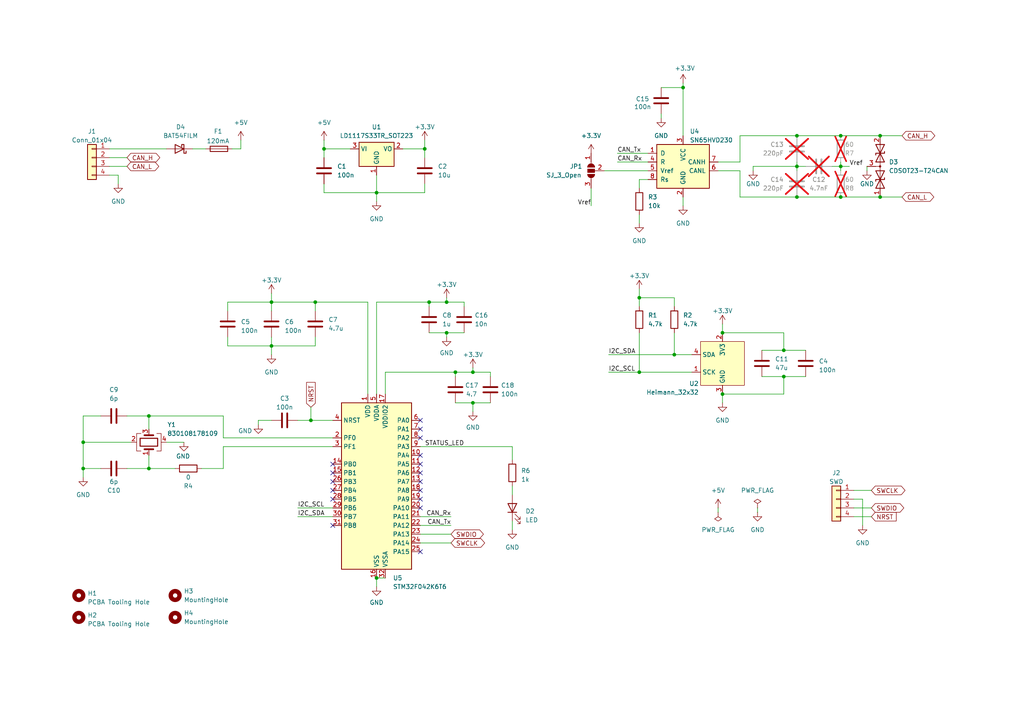
<source format=kicad_sch>
(kicad_sch (version 20231120) (generator "eeschema") (generator_version "8.0")
  (paper "A4")
  (lib_symbols
    (symbol "Connector_Generic:Conn_01x04" (pin_names (offset 1.016) hide)
      (property "Reference" "J" (at 0 5.08 0))
      (property "Value" "Conn_01x04" (at 0 -7.62 0))
      (symbol "Conn_01x04_1_1"
        (rectangle (start -1.27 -4.953) (end 0 -5.207) (stroke (width 0.1524)))
        (rectangle (start -1.27 -2.413) (end 0 -2.667) (stroke (width 0.1524)))
        (rectangle (start -1.27 0.127) (end 0 -0.127) (stroke (width 0.1524)))
        (rectangle (start -1.27 2.667) (end 0 2.413) (stroke (width 0.1524)))
        (rectangle (start -1.27 3.81) (end 1.27 -6.35) (stroke (width 0.254)) (fill (type background)))
        (pin passive line (at -5.08 2.54 0) (length 3.81) (name "Pin_1") (number "1"))
        (pin passive line (at -5.08 0 0) (length 3.81) (name "Pin_2") (number "2"))
        (pin passive line (at -5.08 -2.54 0) (length 3.81) (name "Pin_3") (number "3"))
        (pin passive line (at -5.08 -5.08 0) (length 3.81) (name "Pin_4") (number "4"))
      )
    )
    (symbol "Device:C" (pin_numbers hide) (pin_names (offset 0.254))
      (property "Reference" "C" (at 0.635 2.54 0))
      (property "Value" "C" (at 0.635 -2.54 0))
      (symbol "C_0_1"
        (polyline (pts (xy -2.032 -0.762) (xy 2.032 -0.762)) (stroke (width 0.508)))
        (polyline (pts (xy -2.032 0.762) (xy 2.032 0.762)) (stroke (width 0.508)))
      )
      (symbol "C_1_1"
        (pin passive line (at 0 3.81 270) (length 2.794) (name "~") (number "1"))
        (pin passive line (at 0 -3.81 90) (length 2.794) (name "~") (number "2"))
      )
    )
    (symbol "Device:D_Schottky" (pin_numbers hide) (pin_names (offset 1.016) hide)
      (property "Reference" "D" (at 0 2.54 0))
      (property "Value" "D_Schottky" (at 0 -2.54 0))
      (symbol "D_Schottky_0_1"
        (polyline (pts (xy 1.27 0) (xy -1.27 0)))
        (polyline (pts (xy 1.27 1.27) (xy 1.27 -1.27) (xy -1.27 0) (xy 1.27 1.27)) (stroke (width 0.254)))
        (polyline (pts (xy -1.905 0.635) (xy -1.905 1.27) (xy -1.27 1.27) (xy -1.27 -1.27) (xy -0.635 -1.27) (xy -0.635 -0.635)) (stroke (width 0.254)))
      )
      (symbol "D_Schottky_1_1"
        (pin passive line (at -3.81 0 0) (length 2.54) (name "K") (number "1"))
        (pin passive line (at 3.81 0 180) (length 2.54) (name "A") (number "2"))
      )
    )
    (symbol "Device:D_TVS_Dual_AAC" (pin_names (offset 1.016) hide)
      (property "Reference" "D" (at 0 4.445 0))
      (property "Value" "D_TVS_Dual_AAC" (at 0 2.54 0))
      (symbol "D_TVS_Dual_AAC_0_0"
        (polyline (pts (xy 0 -1.27) (xy 0 0)))
      )
      (symbol "D_TVS_Dual_AAC_0_1"
        (polyline (pts (xy -6.35 0) (xy 6.35 0)))
        (polyline (pts (xy -3.302 1.27) (xy -3.81 1.27) (xy -3.81 -1.27) (xy -4.318 -1.27)) (stroke (width 0.254)))
        (polyline (pts (xy 4.318 1.27) (xy 3.81 1.27) (xy 3.81 -1.27) (xy 3.302 -1.27)) (stroke (width 0.254)))
        (polyline (pts (xy -6.35 1.27) (xy -1.27 -1.27) (xy -1.27 1.27) (xy -6.35 -1.27) (xy -6.35 1.27)) (stroke (width 0.254)))
        (polyline (pts (xy 6.35 1.27) (xy 1.27 -1.27) (xy 1.27 1.27) (xy 6.35 -1.27) (xy 6.35 1.27)) (stroke (width 0.254)))
        (circle (center 0 0) (radius 0.254) (fill (type outline)))
      )
      (symbol "D_TVS_Dual_AAC_1_1"
        (pin passive line (at -8.89 0 0) (length 2.54) (name "A1") (number "1"))
        (pin passive line (at 8.89 0 180) (length 2.54) (name "A2") (number "2"))
        (pin input line (at 0 -3.81 90) (length 2.54) (name "common") (number "3"))
      )
    )
    (symbol "Device:Fuse" (pin_numbers hide) (pin_names (offset 0))
      (property "Reference" "F" (at 2.032 0 90))
      (property "Value" "Fuse" (at -1.905 0 90))
      (symbol "Fuse_0_1"
        (rectangle (start -0.762 -2.54) (end 0.762 2.54) (stroke (width 0.254)))
        (polyline (pts (xy 0 2.54) (xy 0 -2.54)))
      )
      (symbol "Fuse_1_1"
        (pin passive line (at 0 3.81 270) (length 1.27) (name "~") (number "1"))
        (pin passive line (at 0 -3.81 90) (length 1.27) (name "~") (number "2"))
      )
    )
    (symbol "Device:LED" (pin_numbers hide) (pin_names (offset 1.016) hide)
      (property "Reference" "D" (at 0 2.54 0))
      (property "Value" "LED" (at 0 -2.54 0))
      (symbol "LED_0_1"
        (polyline (pts (xy -1.27 -1.27) (xy -1.27 1.27)) (stroke (width 0.254)))
        (polyline (pts (xy -1.27 0) (xy 1.27 0)))
        (polyline (pts (xy 1.27 -1.27) (xy 1.27 1.27) (xy -1.27 0) (xy 1.27 -1.27)) (stroke (width 0.254)))
        (polyline (pts (xy -3.048 -0.762) (xy -4.572 -2.286) (xy -3.81 -2.286) (xy -4.572 -2.286) (xy -4.572 -1.524)))
        (polyline (pts (xy -1.778 -0.762) (xy -3.302 -2.286) (xy -2.54 -2.286) (xy -3.302 -2.286) (xy -3.302 -1.524)))
      )
      (symbol "LED_1_1"
        (pin passive line (at -3.81 0 0) (length 2.54) (name "K") (number "1"))
        (pin passive line (at 3.81 0 180) (length 2.54) (name "A") (number "2"))
      )
    )
    (symbol "Device:R" (pin_numbers hide) (pin_names (offset 0))
      (property "Reference" "R" (at 2.032 0 90))
      (property "Value" "R" (at 0 0 90))
      (symbol "R_0_1"
        (rectangle (start -1.016 -2.54) (end 1.016 2.54) (stroke (width 0.254)))
      )
      (symbol "R_1_1"
        (pin passive line (at 0 3.81 270) (length 1.27) (name "~") (number "1"))
        (pin passive line (at 0 -3.81 90) (length 1.27) (name "~") (number "2"))
      )
    )
    (symbol "FaSTTUBe_Crystals:830108178109" (pin_names (offset 1.016) hide)
      (property "Reference" "Y" (at 3.175 5.08 0))
      (property "Value" "830108178109" (at 3.175 3.175 0))
      (symbol "830108178109_0_1"
        (rectangle (start -1.143 2.54) (end 1.143 -2.54) (stroke (width 0.3048)))
        (polyline (pts (xy -2.54 0) (xy -2.032 0)))
        (polyline (pts (xy -2.032 -1.27) (xy -2.032 1.27)) (stroke (width 0.508)))
        (polyline (pts (xy 0 -3.81) (xy 0 -3.556)))
        (polyline (pts (xy 0 3.556) (xy 0 3.81)))
        (polyline (pts (xy 2.032 -1.27) (xy 2.032 1.27)) (stroke (width 0.508)))
        (polyline (pts (xy 2.032 0) (xy 2.54 0)))
        (polyline (pts (xy -2.54 -2.286) (xy -2.54 -3.556) (xy 2.54 -3.556) (xy 2.54 -2.286)))
        (polyline (pts (xy -2.54 2.286) (xy -2.54 3.556) (xy 2.54 3.556) (xy 2.54 2.286)))
      )
      (symbol "830108178109_1_1"
        (pin passive line (at -3.81 0 0) (length 1.27) (name "1") (number "1"))
        (pin passive line (at 0 5.08 270) (length 1.27) (name "2") (number "2"))
        (pin passive line (at 3.81 0 180) (length 1.27) (name "3") (number "3"))
        (pin passive line (at 0 -5.08 90) (length 1.27) (name "4") (number "4"))
      )
    )
    (symbol "GND_1" (power) (pin_numbers hide) (pin_names (offset 0) hide)
      (property "Value" "GND" (at 0 -3.81 0))
      (symbol "GND_1_0_1"
        (polyline (pts (xy 0 0) (xy 0 -1.27) (xy 1.27 -1.27) (xy 0 -2.54) (xy -1.27 -1.27) (xy 0 -1.27)))
      )
      (symbol "GND_1_1_1"
        (pin power_in line (at 0 0 270) (length 0) (name "~") (number "1"))
      )
    )
    (symbol "Interface_CAN_LIN:SN65HVD230" (pin_names (offset 1.016))
      (property "Reference" "U" (at -2.54 10.16 0))
      (property "Value" "SN65HVD230" (at -2.54 7.62 0))
      (symbol "SN65HVD230_0_1"
        (rectangle (start -7.62 5.08) (end 7.62 -7.62) (stroke (width 0.254)) (fill (type background)))
      )
      (symbol "SN65HVD230_1_1"
        (pin input line (at -10.16 2.54 0) (length 2.54) (name "D") (number "1"))
        (pin power_in line (at 0 -10.16 90) (length 2.54) (name "GND") (number "2"))
        (pin power_in line (at 0 7.62 270) (length 2.54) (name "VCC") (number "3"))
        (pin output line (at -10.16 0 0) (length 2.54) (name "R") (number "4"))
        (pin output line (at -10.16 -2.54 0) (length 2.54) (name "Vref") (number "5"))
        (pin bidirectional line (at 10.16 -2.54 180) (length 2.54) (name "CANL") (number "6"))
        (pin bidirectional line (at 10.16 0 180) (length 2.54) (name "CANH") (number "7"))
        (pin input line (at -10.16 -5.08 0) (length 2.54) (name "Rs") (number "8"))
      )
    )
    (symbol "Jumper:SolderJumper_3_Open" (pin_names (offset 0) hide)
      (property "Reference" "JP" (at -2.54 -2.54 0))
      (property "Value" "SolderJumper_3_Open" (at 0 2.794 0))
      (symbol "SolderJumper_3_Open_0_1"
        (arc (start -1.016 1.016) (mid -2.0276 0) (end -1.016 -1.016))
        (arc (start -1.016 1.016) (mid -2.0276 0) (end -1.016 -1.016) (fill (type outline)))
        (rectangle (start -0.508 1.016) (end 0.508 -1.016) (fill (type outline)))
        (polyline (pts (xy -2.54 0) (xy -2.032 0)))
        (polyline (pts (xy -1.016 1.016) (xy -1.016 -1.016)))
        (polyline (pts (xy 0 -1.27) (xy 0 -1.016)))
        (polyline (pts (xy 1.016 1.016) (xy 1.016 -1.016)))
        (polyline (pts (xy 2.54 0) (xy 2.032 0)))
        (arc (start 1.016 -1.016) (mid 2.0276 0) (end 1.016 1.016))
        (arc (start 1.016 -1.016) (mid 2.0276 0) (end 1.016 1.016) (fill (type outline)))
      )
      (symbol "SolderJumper_3_Open_1_1"
        (pin passive line (at -5.08 0 0) (length 2.54) (name "A") (number "1"))
        (pin passive line (at 0 -3.81 90) (length 2.54) (name "C") (number "2"))
        (pin passive line (at 5.08 0 180) (length 2.54) (name "B") (number "3"))
      )
    )
    (symbol "MCU_ST_STM32F0:STM32F042K6Tx"
      (property "Reference" "U" (at -10.16 26.67 0))
      (property "Value" "STM32F042K6Tx" (at 5.08 26.67 0))
      (symbol "STM32F042K6Tx_0_1"
        (rectangle (start -10.16 -22.86) (end 10.16 25.4) (stroke (width 0.254)) (fill (type background)))
      )
      (symbol "STM32F042K6Tx_1_1"
        (pin power_in line (at -2.54 27.94 270) (length 2.54) (name "VDD") (number "1"))
        (pin bidirectional line (at 12.7 10.16 180) (length 2.54) (name "PA4") (number "10"))
        (pin bidirectional line (at 12.7 7.62 180) (length 2.54) (name "PA5") (number "11"))
        (pin bidirectional line (at 12.7 5.08 180) (length 2.54) (name "PA6") (number "12"))
        (pin bidirectional line (at 12.7 2.54 180) (length 2.54) (name "PA7") (number "13"))
        (pin bidirectional line (at -12.7 7.62 0) (length 2.54) (name "PB0") (number "14"))
        (pin bidirectional line (at -12.7 5.08 0) (length 2.54) (name "PB1") (number "15"))
        (pin power_in line (at 0 -25.4 90) (length 2.54) (name "VSS") (number "16"))
        (pin power_in line (at 2.54 27.94 270) (length 2.54) (name "VDDIO2") (number "17"))
        (pin bidirectional line (at 12.7 0 180) (length 2.54) (name "PA8") (number "18"))
        (pin bidirectional line (at 12.7 -2.54 180) (length 2.54) (name "PA9") (number "19"))
        (pin bidirectional line (at -12.7 15.24 0) (length 2.54) (name "PF0") (number "2"))
        (pin bidirectional line (at 12.7 -5.08 180) (length 2.54) (name "PA10") (number "20"))
        (pin bidirectional line (at 12.7 -7.62 180) (length 2.54) (name "PA11") (number "21"))
        (pin bidirectional line (at 12.7 -10.16 180) (length 2.54) (name "PA12") (number "22"))
        (pin bidirectional line (at 12.7 -12.7 180) (length 2.54) (name "PA13") (number "23"))
        (pin bidirectional line (at 12.7 -15.24 180) (length 2.54) (name "PA14") (number "24"))
        (pin bidirectional line (at 12.7 -17.78 180) (length 2.54) (name "PA15") (number "25"))
        (pin bidirectional line (at -12.7 2.54 0) (length 2.54) (name "PB3") (number "26"))
        (pin bidirectional line (at -12.7 0 0) (length 2.54) (name "PB4") (number "27"))
        (pin bidirectional line (at -12.7 -2.54 0) (length 2.54) (name "PB5") (number "28"))
        (pin bidirectional line (at -12.7 -5.08 0) (length 2.54) (name "PB6") (number "29"))
        (pin bidirectional line (at -12.7 12.7 0) (length 2.54) (name "PF1") (number "3"))
        (pin bidirectional line (at -12.7 -7.62 0) (length 2.54) (name "PB7") (number "30"))
        (pin bidirectional line (at -12.7 -10.16 0) (length 2.54) (name "PB8") (number "31"))
        (pin power_in line (at 2.54 -25.4 90) (length 2.54) (name "VSSA") (number "32"))
        (pin input line (at -12.7 20.32 0) (length 2.54) (name "NRST") (number "4"))
        (pin power_in line (at 0 27.94 270) (length 2.54) (name "VDDA") (number "5"))
        (pin bidirectional line (at 12.7 20.32 180) (length 2.54) (name "PA0") (number "6"))
        (pin bidirectional line (at 12.7 17.78 180) (length 2.54) (name "PA1") (number "7"))
        (pin bidirectional line (at 12.7 15.24 180) (length 2.54) (name "PA2") (number "8"))
        (pin bidirectional line (at 12.7 12.7 180) (length 2.54) (name "PA3") (number "9"))
      )
    )
    (symbol "Mechanical:MountingHole" (pin_names (offset 1.016))
      (property "Reference" "H" (at 0 5.08 0))
      (property "Value" "MountingHole" (at 0 3.175 0))
      (symbol "MountingHole_0_1"
        (circle (center 0 0) (radius 1.27) (stroke (width 1.27)))
      )
    )
    (symbol "MountingHole_1" (pin_names (offset 1.016)) (exclude_from_sim yes) (in_bom no)
      (property "Reference" "H" (at 0 5.08 0))
      (property "Value" "MountingHole" (at 0 3.175 0))
      (symbol "MountingHole_1_0_1"
        (circle (center 0 0) (radius 1.27) (stroke (width 1.27)))
      )
    )
    (symbol "Regulator_Linear:LD1117S33TR_SOT223"
      (property "Reference" "U" (at -3.81 3.175 0))
      (property "Value" "LD1117S33TR_SOT223" (at 0 3.175 0))
      (symbol "LD1117S33TR_SOT223_0_1"
        (rectangle (start -5.08 -5.08) (end 5.08 1.905) (stroke (width 0.254)) (fill (type background)))
      )
      (symbol "LD1117S33TR_SOT223_1_1"
        (pin power_in line (at 0 -7.62 90) (length 2.54) (name "GND") (number "1"))
        (pin power_out line (at 7.62 0 180) (length 2.54) (name "VO") (number "2"))
        (pin power_in line (at -7.62 0 0) (length 2.54) (name "VI") (number "3"))
      )
    )
    (symbol "TTS:Heimann_16x16"
      (property "Reference" "U" (at 0 0 0))
      (property "Value" "Heimann_16x16" (at 0 0 0))
      (symbol "Heimann_16x16_0_1"
        (rectangle (start -6.35 6.35) (end 6.35 -6.35) (fill (type background)))
      )
      (symbol "Heimann_16x16_1_1"
        (pin bidirectional line (at 8.89 -2.54 180) (length 2.54) (name "SCK") (number "1"))
        (pin power_in line (at 0 8.89 270) (length 2.54) (name "3V3") (number "2"))
        (pin power_in line (at 0 -8.89 90) (length 2.54) (name "GND") (number "3"))
        (pin bidirectional line (at 8.89 2.54 180) (length 2.54) (name "SDA") (number "4"))
      )
    )
    (symbol "power:+3.3V" (power) (pin_names (offset 0))
      (property "Value" "+3.3V" (at 0 3.556 0))
      (symbol "+3.3V_0_1"
        (polyline (pts (xy -0.762 1.27) (xy 0 2.54)))
        (polyline (pts (xy 0 0) (xy 0 2.54)))
        (polyline (pts (xy 0 2.54) (xy 0.762 1.27)))
      )
      (symbol "+3.3V_1_1"
        (pin power_in line (at 0 0 90) (length 0) hide (name "+3.3V") (number "1"))
      )
    )
    (symbol "power:+5V" (power) (pin_numbers hide) (pin_names (offset 0) hide)
      (property "Value" "+5V" (at 0 3.556 0))
      (symbol "+5V_0_1"
        (polyline (pts (xy -0.762 1.27) (xy 0 2.54)))
        (polyline (pts (xy 0 0) (xy 0 2.54)))
        (polyline (pts (xy 0 2.54) (xy 0.762 1.27)))
      )
      (symbol "+5V_1_1"
        (pin power_in line (at 0 0 90) (length 0) (name "~") (number "1"))
      )
    )
    (symbol "power:GND" (power) (pin_names (offset 0))
      (property "Value" "GND" (at 0 -3.81 0))
      (symbol "GND_0_1"
        (polyline (pts (xy 0 0) (xy 0 -1.27) (xy 1.27 -1.27) (xy 0 -2.54) (xy -1.27 -1.27) (xy 0 -1.27)))
      )
      (symbol "GND_1_1"
        (pin power_in line (at 0 0 270) (length 0) hide (name "GND") (number "1"))
      )
    )
    (symbol "power:PWR_FLAG" (power) (pin_numbers hide) (pin_names (offset 0) hide)
      (property "Value" "PWR_FLAG" (at 0 3.81 0))
      (symbol "PWR_FLAG_0_0"
        (pin power_out line (at 0 0 90) (length 0) (name "~") (number "1"))
      )
      (symbol "PWR_FLAG_0_1"
        (polyline (pts (xy 0 0) (xy 0 1.27) (xy -1.016 1.905) (xy 0 2.54) (xy 1.016 1.905) (xy 0 1.27)))
      )
    )
  )
  (junction (at 91.44 87.63))
  (junction (at 137.16 107.95))
  (junction (at 243.84 48.26))
  (junction (at 78.74 87.63))
  (junction (at 43.18 120.65))
  (junction (at 43.18 135.89))
  (junction (at 24.13 135.89))
  (junction (at 231.14 48.26))
  (junction (at 132.08 107.95))
  (junction (at 227.33 101.6))
  (junction (at 231.14 57.15))
  (junction (at 109.22 55.88))
  (junction (at 109.22 167.64))
  (junction (at 243.84 39.37))
  (junction (at 93.98 43.18))
  (junction (at 255.27 57.15))
  (junction (at 124.46 87.63))
  (junction (at 227.33 109.22))
  (junction (at 231.14 39.37))
  (junction (at 198.12 25.4))
  (junction (at 129.54 96.52))
  (junction (at 78.74 100.33))
  (junction (at 129.54 87.63))
  (junction (at 209.55 114.3))
  (junction (at 137.16 116.84))
  (junction (at 209.55 96.52))
  (junction (at 123.19 43.18))
  (junction (at 185.42 107.95))
  (junction (at 24.13 128.27))
  (junction (at 195.58 102.87))
  (junction (at 243.84 57.15))
  (junction (at 185.42 86.36))
  (junction (at 255.27 39.37))
  (junction (at 90.17 121.92))
  (no_connect (at 121.92 144.78))
  (no_connect (at 121.92 142.24))
  (no_connect (at 121.92 160.02))
  (no_connect (at 96.52 142.24))
  (no_connect (at 96.52 134.62))
  (no_connect (at 121.92 132.08))
  (no_connect (at 121.92 137.16))
  (no_connect (at 96.52 137.16))
  (no_connect (at 96.52 144.78))
  (no_connect (at 96.52 152.4))
  (no_connect (at 121.92 121.92))
  (no_connect (at 121.92 127))
  (no_connect (at 121.92 124.46))
  (no_connect (at 121.92 147.32))
  (no_connect (at 121.92 134.62))
  (no_connect (at 96.52 139.7))
  (no_connect (at 121.92 139.7))
  (wire (pts (xy 121.92 157.48) (xy 130.81 157.48)))
  (wire (pts (xy 148.59 151.13) (xy 148.59 153.67)))
  (wire (pts (xy 124.46 87.63) (xy 124.46 88.9)))
  (wire (pts (xy 142.24 107.95) (xy 142.24 109.22)))
  (wire (pts (xy 78.74 87.63) (xy 66.04 87.63)))
  (wire (pts (xy 78.74 97.79) (xy 78.74 100.33)))
  (wire (pts (xy 43.18 135.89) (xy 50.8 135.89)))
  (wire (pts (xy 116.84 43.18) (xy 123.19 43.18)))
  (wire (pts (xy 109.22 167.64) (xy 111.76 167.64)))
  (wire (pts (xy 78.74 100.33) (xy 91.44 100.33)))
  (wire (pts (xy 74.93 123.19) (xy 74.93 121.92)))
  (wire (pts (xy 218.44 49.53) (xy 218.44 48.26)))
  (wire (pts (xy 31.75 48.26) (xy 36.83 48.26)))
  (wire (pts (xy 109.22 167.64) (xy 109.22 170.18)))
  (wire (pts (xy 58.42 135.89) (xy 64.77 135.89)))
  (wire (pts (xy 179.07 44.45) (xy 187.96 44.45)))
  (wire (pts (xy 31.75 45.72) (xy 36.83 45.72)))
  (wire (pts (xy 255.27 39.37) (xy 243.84 39.37)))
  (wire (pts (xy 191.77 25.4) (xy 198.12 25.4)))
  (wire (pts (xy 129.54 96.52) (xy 134.62 96.52)))
  (wire (pts (xy 137.16 107.95) (xy 142.24 107.95)))
  (wire (pts (xy 36.83 120.65) (xy 43.18 120.65)))
  (wire (pts (xy 121.92 149.86) (xy 130.81 149.86)))
  (wire (pts (xy 220.98 109.22) (xy 227.33 109.22)))
  (wire (pts (xy 176.53 102.87) (xy 195.58 102.87)))
  (wire (pts (xy 121.92 154.94) (xy 130.81 154.94)))
  (wire (pts (xy 185.42 83.82) (xy 185.42 86.36)))
  (wire (pts (xy 24.13 135.89) (xy 24.13 138.43)))
  (wire (pts (xy 109.22 50.8) (xy 109.22 55.88)))
  (wire (pts (xy 86.36 121.92) (xy 90.17 121.92)))
  (wire (pts (xy 255.27 57.15) (xy 243.84 57.15)))
  (wire (pts (xy 24.13 128.27) (xy 24.13 135.89)))
  (wire (pts (xy 106.68 87.63) (xy 91.44 87.63)))
  (wire (pts (xy 29.21 120.65) (xy 24.13 120.65)))
  (wire (pts (xy 91.44 100.33) (xy 91.44 97.79)))
  (wire (pts (xy 247.65 142.24) (xy 252.73 142.24)))
  (wire (pts (xy 134.62 87.63) (xy 134.62 88.9)))
  (wire (pts (xy 243.84 46.99) (xy 243.84 48.26)))
  (wire (pts (xy 64.77 120.65) (xy 64.77 127)))
  (wire (pts (xy 171.45 59.69) (xy 171.45 54.61)))
  (wire (pts (xy 227.33 96.52) (xy 227.33 101.6)))
  (wire (pts (xy 246.38 48.26) (xy 243.84 48.26)))
  (wire (pts (xy 148.59 140.97) (xy 148.59 143.51)))
  (wire (pts (xy 86.36 149.86) (xy 96.52 149.86)))
  (wire (pts (xy 123.19 43.18) (xy 123.19 45.72)))
  (wire (pts (xy 111.76 107.95) (xy 111.76 114.3)))
  (wire (pts (xy 124.46 87.63) (xy 129.54 87.63)))
  (wire (pts (xy 109.22 87.63) (xy 109.22 114.3)))
  (wire (pts (xy 86.36 147.32) (xy 96.52 147.32)))
  (wire (pts (xy 243.84 39.37) (xy 231.14 39.37)))
  (wire (pts (xy 24.13 120.65) (xy 24.13 128.27)))
  (wire (pts (xy 121.92 129.54) (xy 148.59 129.54)))
  (wire (pts (xy 132.08 107.95) (xy 137.16 107.95)))
  (wire (pts (xy 214.63 46.99) (xy 214.63 39.37)))
  (wire (pts (xy 247.65 149.86) (xy 252.73 149.86)))
  (wire (pts (xy 219.71 147.32) (xy 219.71 148.59)))
  (wire (pts (xy 137.16 106.68) (xy 137.16 107.95)))
  (wire (pts (xy 59.69 43.18) (xy 55.88 43.18)))
  (wire (pts (xy 34.29 50.8) (xy 31.75 50.8)))
  (wire (pts (xy 34.29 53.34) (xy 34.29 50.8)))
  (wire (pts (xy 121.92 152.4) (xy 130.81 152.4)))
  (wire (pts (xy 109.22 55.88) (xy 123.19 55.88)))
  (wire (pts (xy 74.93 121.92) (xy 78.74 121.92)))
  (wire (pts (xy 214.63 49.53) (xy 214.63 57.15)))
  (wire (pts (xy 195.58 88.9) (xy 195.58 86.36)))
  (wire (pts (xy 93.98 40.64) (xy 93.98 43.18)))
  (wire (pts (xy 195.58 102.87) (xy 195.58 96.52)))
  (wire (pts (xy 185.42 86.36) (xy 185.42 88.9)))
  (wire (pts (xy 185.42 107.95) (xy 200.66 107.95)))
  (wire (pts (xy 231.14 49.53) (xy 231.14 48.26)))
  (wire (pts (xy 209.55 114.3) (xy 227.33 114.3)))
  (wire (pts (xy 91.44 87.63) (xy 78.74 87.63)))
  (wire (pts (xy 227.33 109.22) (xy 233.68 109.22)))
  (wire (pts (xy 24.13 135.89) (xy 29.21 135.89)))
  (wire (pts (xy 78.74 85.09) (xy 78.74 87.63)))
  (wire (pts (xy 247.65 147.32) (xy 252.73 147.32)))
  (wire (pts (xy 43.18 120.65) (xy 64.77 120.65)))
  (wire (pts (xy 195.58 102.87) (xy 200.66 102.87)))
  (wire (pts (xy 111.76 107.95) (xy 132.08 107.95)))
  (wire (pts (xy 123.19 40.64) (xy 123.19 43.18)))
  (wire (pts (xy 129.54 96.52) (xy 129.54 97.79)))
  (wire (pts (xy 43.18 132.08) (xy 43.18 135.89)))
  (wire (pts (xy 123.19 55.88) (xy 123.19 53.34)))
  (wire (pts (xy 124.46 96.52) (xy 129.54 96.52)))
  (wire (pts (xy 214.63 57.15) (xy 231.14 57.15)))
  (wire (pts (xy 227.33 109.22) (xy 227.33 114.3)))
  (wire (pts (xy 109.22 55.88) (xy 109.22 58.42)))
  (wire (pts (xy 64.77 127) (xy 96.52 127)))
  (wire (pts (xy 261.62 57.15) (xy 255.27 57.15)))
  (wire (pts (xy 90.17 118.11) (xy 90.17 121.92)))
  (wire (pts (xy 36.83 135.89) (xy 43.18 135.89)))
  (wire (pts (xy 137.16 116.84) (xy 142.24 116.84)))
  (wire (pts (xy 129.54 86.36) (xy 129.54 87.63)))
  (wire (pts (xy 24.13 128.27) (xy 38.1 128.27)))
  (wire (pts (xy 93.98 53.34) (xy 93.98 55.88)))
  (wire (pts (xy 175.26 49.53) (xy 187.96 49.53)))
  (wire (pts (xy 78.74 100.33) (xy 78.74 102.87)))
  (wire (pts (xy 185.42 52.07) (xy 187.96 52.07)))
  (wire (pts (xy 208.28 49.53) (xy 214.63 49.53)))
  (wire (pts (xy 243.84 48.26) (xy 241.3 48.26)))
  (wire (pts (xy 208.28 147.32) (xy 208.28 148.59)))
  (wire (pts (xy 251.46 49.53) (xy 251.46 48.26)))
  (wire (pts (xy 137.16 116.84) (xy 137.16 119.38)))
  (wire (pts (xy 93.98 43.18) (xy 101.6 43.18)))
  (wire (pts (xy 250.19 144.78) (xy 250.19 152.4)))
  (wire (pts (xy 243.84 49.53) (xy 243.84 48.26)))
  (wire (pts (xy 109.22 87.63) (xy 124.46 87.63)))
  (wire (pts (xy 132.08 116.84) (xy 137.16 116.84)))
  (wire (pts (xy 66.04 87.63) (xy 66.04 90.17)))
  (wire (pts (xy 261.62 39.37) (xy 255.27 39.37)))
  (wire (pts (xy 176.53 107.95) (xy 185.42 107.95)))
  (wire (pts (xy 185.42 54.61) (xy 185.42 52.07)))
  (wire (pts (xy 48.26 128.27) (xy 53.34 128.27)))
  (wire (pts (xy 67.31 43.18) (xy 69.85 43.18)))
  (wire (pts (xy 198.12 24.13) (xy 198.12 25.4)))
  (wire (pts (xy 69.85 43.18) (xy 69.85 40.64)))
  (wire (pts (xy 90.17 121.92) (xy 96.52 121.92)))
  (wire (pts (xy 231.14 46.99) (xy 231.14 48.26)))
  (wire (pts (xy 132.08 107.95) (xy 132.08 109.22)))
  (wire (pts (xy 195.58 86.36) (xy 185.42 86.36)))
  (wire (pts (xy 78.74 87.63) (xy 78.74 90.17)))
  (wire (pts (xy 209.55 114.3) (xy 209.55 116.84)))
  (wire (pts (xy 31.75 43.18) (xy 48.26 43.18)))
  (wire (pts (xy 209.55 93.98) (xy 209.55 96.52)))
  (wire (pts (xy 106.68 87.63) (xy 106.68 114.3)))
  (wire (pts (xy 243.84 57.15) (xy 231.14 57.15)))
  (wire (pts (xy 220.98 101.6) (xy 227.33 101.6)))
  (wire (pts (xy 93.98 55.88) (xy 109.22 55.88)))
  (wire (pts (xy 148.59 129.54) (xy 148.59 133.35)))
  (wire (pts (xy 198.12 25.4) (xy 198.12 39.37)))
  (wire (pts (xy 185.42 62.23) (xy 185.42 64.77)))
  (wire (pts (xy 43.18 120.65) (xy 43.18 124.46)))
  (wire (pts (xy 208.28 46.99) (xy 214.63 46.99)))
  (wire (pts (xy 233.68 48.26) (xy 231.14 48.26)))
  (wire (pts (xy 214.63 39.37) (xy 231.14 39.37)))
  (wire (pts (xy 66.04 100.33) (xy 78.74 100.33)))
  (wire (pts (xy 198.12 57.15) (xy 198.12 59.69)))
  (wire (pts (xy 191.77 34.29) (xy 191.77 33.02)))
  (wire (pts (xy 185.42 107.95) (xy 185.42 96.52)))
  (wire (pts (xy 227.33 101.6) (xy 233.68 101.6)))
  (wire (pts (xy 179.07 46.99) (xy 187.96 46.99)))
  (wire (pts (xy 66.04 97.79) (xy 66.04 100.33)))
  (wire (pts (xy 91.44 90.17) (xy 91.44 87.63)))
  (wire (pts (xy 96.52 129.54) (xy 64.77 129.54)))
  (wire (pts (xy 209.55 96.52) (xy 227.33 96.52)))
  (wire (pts (xy 247.65 144.78) (xy 250.19 144.78)))
  (wire (pts (xy 129.54 87.63) (xy 134.62 87.63)))
  (wire (pts (xy 93.98 43.18) (xy 93.98 45.72)))
  (wire (pts (xy 64.77 129.54) (xy 64.77 135.89)))
  (wire (pts (xy 218.44 48.26) (xy 231.14 48.26)))
  (label "CAN_Tx" (at 130.81 152.4 180))
  (label "I2C_SDA" (at 86.36 149.86 0))
  (label "CAN_Rx" (at 130.81 149.86 180))
  (label "Vref" (at 171.45 59.69 180))
  (label "Vref" (at 246.38 48.26 0))
  (label "I2C_SCL" (at 86.36 147.32 0))
  (label "CAN_Rx" (at 179.07 46.99 0))
  (label "I2C_SDA" (at 176.53 102.87 0))
  (label "I2C_SCL" (at 176.53 107.95 0))
  (label "STATUS_LED" (at 134.62 129.54 180))
  (label "CAN_Tx" (at 179.07 44.45 0))
  (global_label "SWCLK" (shape bidirectional) (at 130.81 157.48 0) (property "Intersheetrefs" "${INTERSHEET_REFS}" (effects (hide yes))))
  (global_label "CAN_L" (shape bidirectional) (at 261.62 57.15 0) (property "Intersheetrefs" "${INTERSHEET_REFS}" (effects (hide yes))))
  (global_label "SWDIO" (shape bidirectional) (at 252.73 147.32 0) (property "Intersheetrefs" "${INTERSHEET_REFS}" (effects (hide yes))))
  (global_label "CAN_H" (shape bidirectional) (at 261.62 39.37 0) (property "Intersheetrefs" "${INTERSHEET_REFS}" (effects (hide yes))))
  (global_label "CAN_L" (shape bidirectional) (at 36.83 48.26 0) (property "Intersheetrefs" "${INTERSHEET_REFS}" (effects (hide yes))))
  (global_label "CAN_H" (shape bidirectional) (at 36.83 45.72 0) (property "Intersheetrefs" "${INTERSHEET_REFS}" (effects (hide yes))))
  (global_label "SWDIO" (shape bidirectional) (at 130.81 154.94 0) (property "Intersheetrefs" "${INTERSHEET_REFS}" (effects (hide yes))))
  (global_label "NRST" (shape input) (at 252.73 149.86 0) (property "Intersheetrefs" "${INTERSHEET_REFS}" (effects (hide yes))))
  (global_label "NRST" (shape input) (at 90.17 118.11 90) (property "Intersheetrefs" "${INTERSHEET_REFS}" (effects (hide yes))))
  (global_label "SWCLK" (shape bidirectional) (at 252.73 142.24 0) (property "Intersheetrefs" "${INTERSHEET_REFS}" (effects (hide yes))))
  (symbol (lib_id "FaSTTUBe_Crystals:830108178109") (at 43.18 128.27 90) (unit 1)
    (property "Reference" "Y1" (at 49.784 123.19 90))
    (property "Value" "830108178109" (at 55.88 125.73 90))
    (property "Footprint" "Crystal:Crystal_SMD_2016-4Pin_2.0x1.6mm" (effects (hide yes)))
    (property "Datasheet" "https://www.we-online.com/components/products/datasheet/830108178109.pdf" (effects (hide yes)))
    (property "Description" "16.0MHz Load Capacitance (CL) 8.00pF, Shunt Capacitance (C0) 3pF max" (effects (hide yes)))
  )
  (symbol (lib_id "Device:C") (at 66.04 93.98 0) (unit 1)
    (property "Reference" "C5" (at 69.85 93.345 0) (effects (justify left)))
    (property "Value" "100n" (at 69.85 95.885 0) (effects (justify left)))
    (property "Footprint" "Capacitor_SMD:C_0402_1005Metric" (effects (hide yes)))
    (property "LCSC" "C307331" (effects (hide yes)))
  )
  (symbol (lib_id "Device:C") (at 91.44 93.98 0) (unit 1)
    (property "Reference" "C7" (at 95.25 92.7099 0) (effects (justify left)))
    (property "Value" "4.7u" (at 95.25 95.2499 0) (effects (justify left)))
    (property "Footprint" "Capacitor_SMD:C_0402_1005Metric" (effects (hide yes)))
    (property "LCSC" "C307331" (effects (hide yes)))
  )
  (symbol (lib_name "GND_1") (lib_id "power:GND") (at 219.71 148.59 0) (unit 1)
    (property "Reference" "#PWR029" (effects (hide yes)))
    (property "Value" "GND" (at 219.71 153.67 0))
    (property "Description" "Power symbol creates a global label with name \"GND\" , ground" (effects (hide yes)))
  )
  (symbol (lib_id "Device:C") (at 93.98 49.53 0) (unit 1)
    (property "Reference" "C1" (at 97.79 48.2599 0) (effects (justify left)))
    (property "Value" "100n" (at 97.79 50.7999 0) (effects (justify left)))
    (property "Footprint" "Capacitor_SMD:C_0603_1608Metric" (effects (hide yes)))
    (property "LCSC" "C15849" (effects (hide yes)))
  )
  (symbol (lib_id "Device:Fuse") (at 63.5 43.18 90) (unit 1)
    (property "Reference" "F1" (at 64.516 38.1 90) (effects (justify left)))
    (property "Value" "120mA" (at 66.548 40.894 90) (effects (justify left)))
    (property "Footprint" "Fuse:Fuse_1206_3216Metric" (effects (hide yes)))
    (property "Datasheet" "https://www.mouser.de/datasheet/2/87/eaton_pts1206_6_60_volt_dc_surface_mount_resettabl-1608737.pdf" (effects (hide yes)))
  )
  (symbol (lib_id "power:GND") (at 78.74 102.87 0) (unit 1)
    (property "Reference" "#PWR014" (effects (hide yes)))
    (property "Value" "GND" (at 78.74 107.95 0))
  )
  (symbol (lib_id "Device:R") (at 54.61 135.89 90) (mirror x) (unit 1)
    (property "Reference" "R4" (at 54.61 140.97 90))
    (property "Value" "0" (at 54.61 138.43 90))
    (property "Footprint" "Resistor_SMD:R_0402_1005Metric" (effects (hide yes)))
    (property "LCSC" "C17168" (effects (hide yes)))
  )
  (symbol (lib_id "Device:C") (at 33.02 120.65 90) (unit 1)
    (property "Reference" "C9" (at 33.02 113.03 90))
    (property "Value" "6p" (at 33.02 115.57 90))
    (property "Footprint" "Capacitor_SMD:C_0402_1005Metric" (effects (hide yes)))
    (property "LCSC" "C1549" (effects (hide yes)))
  )
  (symbol (lib_id "power:+3.3V") (at 78.74 85.09 0) (unit 1)
    (property "Reference" "#PWR04" (effects (hide yes)))
    (property "Value" "+3.3V" (at 78.74 81.28 0))
  )
  (symbol (lib_id "Device:C") (at 233.68 105.41 0) (unit 1)
    (property "Reference" "C4" (at 237.49 104.775 0) (effects (justify left)))
    (property "Value" "100n" (at 237.49 107.315 0) (effects (justify left)))
    (property "Footprint" "Capacitor_SMD:C_0402_1005Metric" (effects (hide yes)))
    (property "LCSC" "C307331" (effects (hide yes)))
  )
  (symbol (lib_id "power:GND") (at 191.77 34.29 0) (unit 1)
    (property "Reference" "#PWR027" (effects (hide yes)))
    (property "Value" "GND" (at 191.77 39.37 0))
  )
  (symbol (lib_id "Device:C") (at 231.14 43.18 0) (mirror y) (unit 1) (dnp yes)
    (property "Reference" "C13" (at 227.33 41.91 0) (effects (justify left)))
    (property "Value" "220pF" (at 227.33 44.45 0) (effects (justify left)))
    (property "Footprint" "Capacitor_SMD:C_0603_1608Metric_Pad1.08x0.95mm_HandSolder" (effects (hide yes)))
  )
  (symbol (lib_name "MountingHole_1") (lib_id "Mechanical:MountingHole") (at 50.8 172.72 0) (unit 1) (exclude_from_sim yes) (in_bom no)
    (property "Reference" "H3" (at 53.34 171.4499 0) (effects (justify left)))
    (property "Value" "MountingHole" (at 53.34 173.9899 0) (effects (justify left)))
    (property "Footprint" "MountingHole:MountingHole_2.2mm_M2_DIN965" (effects (hide yes)))
    (property "Description" "Mounting Hole without connection" (effects (hide yes)))
  )
  (symbol (lib_id "Device:D_TVS_Dual_AAC") (at 255.27 48.26 270) (mirror x) (unit 1)
    (property "Reference" "D3" (at 257.81 46.99 90) (effects (justify left)))
    (property "Value" "CDSOT23-T24CAN" (at 257.81 49.53 90) (effects (justify left)))
    (property "Footprint" "Package_TO_SOT_SMD:SOT-23" (effects (hide yes)))
  )
  (symbol (lib_name "MountingHole_1") (lib_id "Mechanical:MountingHole") (at 50.8 179.07 0) (unit 1) (exclude_from_sim yes) (in_bom no)
    (property "Reference" "H4" (at 53.34 177.7999 0) (effects (justify left)))
    (property "Value" "MountingHole" (at 53.34 180.3399 0) (effects (justify left)))
    (property "Footprint" "MountingHole:MountingHole_2.2mm_M2_DIN965" (effects (hide yes)))
    (property "Description" "Mounting Hole without connection" (effects (hide yes)))
  )
  (symbol (lib_id "power:+3.3V") (at 137.16 106.68 0) (unit 1)
    (property "Reference" "#PWR017" (effects (hide yes)))
    (property "Value" "+3.3V" (at 137.16 102.87 0))
  )
  (symbol (lib_id "power:GND") (at 137.16 119.38 0) (unit 1)
    (property "Reference" "#PWR018" (effects (hide yes)))
    (property "Value" "GND" (at 137.16 123.952 0))
  )
  (symbol (lib_id "Device:LED") (at 148.59 147.32 90) (unit 1)
    (property "Reference" "D2" (at 152.4 148.2725 90) (effects (justify right)))
    (property "Value" "LED" (at 152.4 150.8125 90) (effects (justify right)))
    (property "Footprint" "LED_SMD:LED_0603_1608Metric" (effects (hide yes)))
    (property "LCSC" "C2286" (effects (hide yes)))
  )
  (symbol (lib_id "power:+5V") (at 208.28 147.32 0) (unit 1)
    (property "Reference" "#PWR028" (effects (hide yes)))
    (property "Value" "+5V" (at 208.28 142.24 0))
    (property "Description" "Power symbol creates a global label with name \"+5V\"" (effects (hide yes)))
  )
  (symbol (lib_id "Device:C") (at 237.49 48.26 270) (mirror x) (unit 1) (dnp yes)
    (property "Reference" "C12" (at 237.49 52.07 90))
    (property "Value" "4.7nF" (at 237.49 54.61 90))
    (property "Footprint" "Capacitor_SMD:C_0603_1608Metric_Pad1.08x0.95mm_HandSolder" (effects (hide yes)))
  )
  (symbol (lib_id "power:+5V") (at 69.85 40.64 0) (unit 1)
    (property "Reference" "#PWR030" (effects (hide yes)))
    (property "Value" "+5V" (at 69.85 35.56 0))
    (property "Description" "Power symbol creates a global label with name \"+5V\"" (effects (hide yes)))
  )
  (symbol (lib_id "Device:R") (at 243.84 43.18 0) (mirror x) (unit 1) (dnp yes)
    (property "Reference" "R7" (at 246.38 44.45 0))
    (property "Value" "60" (at 246.38 41.91 0))
    (property "Footprint" "Resistor_SMD:R_0603_1608Metric_Pad0.98x0.95mm_HandSolder" (effects (hide yes)))
  )
  (symbol (lib_id "Device:C") (at 82.55 121.92 90) (unit 1)
    (property "Reference" "C3" (at 82.55 115.57 90))
    (property "Value" "100n" (at 82.55 118.11 90))
    (property "Footprint" "Capacitor_SMD:C_0402_1005Metric" (effects (hide yes)))
    (property "LCSC" "C307331" (effects (hide yes)))
  )
  (symbol (lib_id "Device:C") (at 134.62 92.71 0) (unit 1)
    (property "Reference" "C16" (at 137.668 91.44 0) (effects (justify left)))
    (property "Value" "10n" (at 137.668 93.98 0) (effects (justify left)))
    (property "Footprint" "Capacitor_SMD:C_0402_1005Metric" (effects (hide yes)))
    (property "LCSC" "C307331" (effects (hide yes)))
  )
  (symbol (lib_id "Mechanical:MountingHole") (at 22.86 172.72 0) (unit 1)
    (property "Reference" "H1" (at 25.4 172.085 0) (effects (justify left)))
    (property "Value" "PCBA Tooling Hole" (at 25.4 174.625 0) (effects (justify left)))
    (property "Footprint" "TTS:JLCPCBA_ToolingHole" (effects (hide yes)))
  )
  (symbol (lib_id "power:GND") (at 198.12 59.69 0) (unit 1)
    (property "Reference" "#PWR011" (effects (hide yes)))
    (property "Value" "GND" (at 198.12 64.77 0))
  )
  (symbol (lib_id "Connector_Generic:Conn_01x04") (at 26.67 45.72 0) (mirror y) (unit 1)
    (property "Reference" "J1" (at 26.67 38.1 0))
    (property "Value" "Conn_01x04" (at 26.67 40.64 0))
    (property "Footprint" "Connector_Wire:SolderWire-0.25sqmm_1x04_P4.2mm_D0.65mm_OD1.7mm" (effects (hide yes)))
  )
  (symbol (lib_id "power:GND") (at 34.29 53.34 0) (unit 1)
    (property "Reference" "#PWR02" (effects (hide yes)))
    (property "Value" "GND" (at 34.29 58.42 0))
  )
  (symbol (lib_id "Device:R") (at 185.42 58.42 0) (unit 1)
    (property "Reference" "R3" (at 187.96 57.1499 0) (effects (justify left)))
    (property "Value" "10k" (at 187.96 59.6899 0) (effects (justify left)))
    (property "Footprint" "Resistor_SMD:R_0402_1005Metric" (effects (hide yes)))
    (property "LCSC" "C17168" (effects (hide yes)))
  )
  (symbol (lib_id "power:+3.3V") (at 209.55 93.98 0) (unit 1)
    (property "Reference" "#PWR07" (effects (hide yes)))
    (property "Value" "+3.3V" (at 209.55 90.17 0))
  )
  (symbol (lib_id "power:+3.3V") (at 198.12 24.13 0) (unit 1)
    (property "Reference" "#PWR09" (effects (hide yes)))
    (property "Value" "+3.3V" (at 198.628 19.812 0))
  )
  (symbol (lib_id "Mechanical:MountingHole") (at 22.86 179.07 0) (unit 1)
    (property "Reference" "H2" (at 25.4 178.435 0) (effects (justify left)))
    (property "Value" "PCBA Tooling Hole" (at 25.4 180.975 0) (effects (justify left)))
    (property "Footprint" "TTS:JLCPCBA_ToolingHole" (effects (hide yes)))
  )
  (symbol (lib_id "Device:R") (at 195.58 92.71 0) (unit 1)
    (property "Reference" "R2" (at 198.12 91.4399 0) (effects (justify left)))
    (property "Value" "4.7k" (at 198.12 93.9799 0) (effects (justify left)))
    (property "Footprint" "Resistor_SMD:R_0402_1005Metric" (effects (hide yes)))
    (property "LCSC" "C11702" (effects (hide yes)))
  )
  (symbol (lib_id "power:GND") (at 129.54 97.79 0) (unit 1)
    (property "Reference" "#PWR016" (effects (hide yes)))
    (property "Value" "GND" (at 129.54 102.362 0))
  )
  (symbol (lib_id "MCU_ST_STM32F0:STM32F042K6Tx") (at 109.22 142.24 0) (unit 1)
    (property "Reference" "U5" (at 113.9541 167.64 0) (effects (justify left)))
    (property "Value" "STM32F042K6T6" (at 113.9541 170.18 0) (effects (justify left)))
    (property "Footprint" "Package_QFP:LQFP-32_7x7mm_P0.8mm" (effects (hide yes)))
    (property "Datasheet" "https://www.st.com/resource/en/datasheet/stm32f042k6.pdf" (effects (hide yes)))
    (property "Description" "STMicroelectronics Arm Cortex-M0 MCU, 32KB flash, 6KB RAM, 48 MHz, 2.0-3.6V, 26 GPIO, LQFP32" (effects (hide yes)))
  )
  (symbol (lib_id "power:+3.3V") (at 171.45 44.45 0) (mirror y) (unit 1)
    (property "Reference" "#PWR026" (effects (hide yes)))
    (property "Value" "+3.3V" (at 171.45 39.37 0))
  )
  (symbol (lib_id "power:GND") (at 250.19 152.4 0) (unit 1)
    (property "Reference" "#PWR06" (effects (hide yes)))
    (property "Value" "GND" (at 250.19 157.48 0))
  )
  (symbol (lib_id "Device:R") (at 185.42 92.71 0) (unit 1)
    (property "Reference" "R1" (at 187.96 91.4399 0) (effects (justify left)))
    (property "Value" "4.7k" (at 187.96 93.9799 0) (effects (justify left)))
    (property "Footprint" "Resistor_SMD:R_0402_1005Metric" (effects (hide yes)))
    (property "LCSC" "C11702" (effects (hide yes)))
  )
  (symbol (lib_id "Device:R") (at 243.84 53.34 0) (mirror x) (unit 1) (dnp yes)
    (property "Reference" "R8" (at 246.38 54.61 0))
    (property "Value" "60" (at 246.38 52.07 0))
    (property "Footprint" "Resistor_SMD:R_0603_1608Metric_Pad0.98x0.95mm_HandSolder" (effects (hide yes)))
  )
  (symbol (lib_id "power:PWR_FLAG") (at 208.28 148.59 0) (mirror x) (unit 1)
    (property "Reference" "#FLG01" (effects (hide yes)))
    (property "Value" "PWR_FLAG" (at 208.28 153.67 0))
    (property "Description" "Special symbol for telling ERC where power comes from" (effects (hide yes)))
  )
  (symbol (lib_id "Interface_CAN_LIN:SN65HVD230") (at 198.12 46.99 0) (unit 1)
    (property "Reference" "U4" (at 200.0759 38.1 0) (effects (justify left)))
    (property "Value" "SN65HVD230" (at 200.0759 40.64 0) (effects (justify left)))
    (property "Footprint" "Package_SO:SOIC-8_3.9x4.9mm_P1.27mm" (effects (hide yes)))
    (property "Datasheet" "http://www.ti.com/lit/ds/symlink/sn65hvd230.pdf" (effects (hide yes)))
    (property "LCSC" "C12084" (effects (hide yes)))
  )
  (symbol (lib_id "Device:C") (at 220.98 105.41 0) (unit 1)
    (property "Reference" "C11" (at 224.79 104.1399 0) (effects (justify left)))
    (property "Value" "47u" (at 224.79 106.6799 0) (effects (justify left)))
    (property "Footprint" "Capacitor_SMD:C_0402_1005Metric" (effects (hide yes)))
    (property "LCSC" "C307331" (effects (hide yes)))
  )
  (symbol (lib_id "power:GND") (at 24.13 138.43 0) (unit 1)
    (property "Reference" "#PWR021" (effects (hide yes)))
    (property "Value" "GND" (at 24.13 143.51 0))
  )
  (symbol (lib_id "Device:C") (at 124.46 92.71 0) (unit 1)
    (property "Reference" "C8" (at 128.27 91.4399 0) (effects (justify left)))
    (property "Value" "1u" (at 128.27 93.9799 0) (effects (justify left)))
    (property "Footprint" "Capacitor_SMD:C_0402_1005Metric" (effects (hide yes)))
    (property "LCSC" "C307331" (effects (hide yes)))
  )
  (symbol (lib_id "power:GND") (at 251.46 49.53 0) (mirror y) (unit 1)
    (property "Reference" "#PWR024" (effects (hide yes)))
    (property "Value" "GND" (at 251.46 53.34 0))
  )
  (symbol (lib_id "power:GND") (at 53.34 128.27 0) (unit 1)
    (property "Reference" "#PWR020" (effects (hide yes)))
    (property "Value" "GND" (at 53.086 132.334 0))
  )
  (symbol (lib_id "TTS:Heimann_16x16") (at 209.55 105.41 0) (mirror y) (unit 1)
    (property "Reference" "U2" (at 199.898 111.252 0) (effects (justify right)))
    (property "Value" "Heimann_32x32" (at 187.452 113.792 0) (effects (justify right)))
    (property "Footprint" "TTS:TO-39_sidemount" (effects (hide yes)))
    (property "Datasheet" "https://cloud.fasttube.de/f/3478875" (effects (hide yes)))
  )
  (symbol (lib_id "power:GND") (at 209.55 116.84 0) (unit 1)
    (property "Reference" "#PWR010" (effects (hide yes)))
    (property "Value" "GND" (at 209.55 121.92 0))
  )
  (symbol (lib_id "Regulator_Linear:LD1117S33TR_SOT223") (at 109.22 43.18 0) (unit 1)
    (property "Reference" "U1" (at 109.22 36.83 0))
    (property "Value" "LD1117S33TR_SOT223" (at 109.22 39.37 0))
    (property "Footprint" "Package_TO_SOT_SMD:SOT-223-3_TabPin2" (effects (hide yes)))
    (property "Datasheet" "http://www.st.com/st-web-ui/static/active/en/resource/technical/document/datasheet/CD00000544.pdf" (effects (hide yes)))
  )
  (symbol (lib_id "Device:D_Schottky") (at 52.07 43.18 180) (unit 1)
    (property "Reference" "D4" (at 52.3875 36.83 0))
    (property "Value" "BAT54FILM" (at 52.3875 39.37 0))
    (property "Footprint" "Package_TO_SOT_SMD:SOT-23" (effects (hide yes)))
    (property "Datasheet" "https://www.mouser.de/datasheet/2/389/bat54-1849047.pdf" (effects (hide yes)))
    (property "Description" "Schottky diode" (effects (hide yes)))
  )
  (symbol (lib_id "Device:C") (at 78.74 93.98 0) (unit 1)
    (property "Reference" "C6" (at 82.55 93.345 0) (effects (justify left)))
    (property "Value" "100n" (at 82.55 95.885 0) (effects (justify left)))
    (property "Footprint" "Capacitor_SMD:C_0402_1005Metric" (effects (hide yes)))
    (property "LCSC" "C307331" (effects (hide yes)))
  )
  (symbol (lib_id "power:+3.3V") (at 129.54 86.36 0) (unit 1)
    (property "Reference" "#PWR019" (effects (hide yes)))
    (property "Value" "+3.3V" (at 129.54 82.55 0))
  )
  (symbol (lib_id "power:PWR_FLAG") (at 219.71 147.32 0) (unit 1)
    (property "Reference" "#FLG02" (effects (hide yes)))
    (property "Value" "PWR_FLAG" (at 219.71 142.24 0))
    (property "Description" "Special symbol for telling ERC where power comes from" (effects (hide yes)))
  )
  (symbol (lib_id "power:GND") (at 109.22 170.18 0) (unit 1)
    (property "Reference" "#PWR013" (effects (hide yes)))
    (property "Value" "GND" (at 109.22 174.752 0))
  )
  (symbol (lib_id "power:GND") (at 185.42 64.77 0) (unit 1)
    (property "Reference" "#PWR012" (effects (hide yes)))
    (property "Value" "GND" (at 185.42 69.85 0))
  )
  (symbol (lib_id "Device:C") (at 142.24 113.03 0) (unit 1)
    (property "Reference" "C18" (at 145.288 111.76 0) (effects (justify left)))
    (property "Value" "100n" (at 145.288 114.3 0) (effects (justify left)))
    (property "Footprint" "Capacitor_SMD:C_0402_1005Metric" (effects (hide yes)))
    (property "LCSC" "C307331" (effects (hide yes)))
  )
  (symbol (lib_id "Device:C") (at 123.19 49.53 0) (unit 1)
    (property "Reference" "C2" (at 127 48.2599 0) (effects (justify left)))
    (property "Value" "10u" (at 127 50.7999 0) (effects (justify left)))
    (property "Footprint" "Capacitor_SMD:C_0603_1608Metric" (effects (hide yes)))
    (property "LCSC" "C15849" (effects (hide yes)))
  )
  (symbol (lib_id "power:+3.3V") (at 185.42 83.82 0) (unit 1)
    (property "Reference" "#PWR05" (effects (hide yes)))
    (property "Value" "+3.3V" (at 185.42 80.01 0))
  )
  (symbol (lib_id "power:GND") (at 74.93 123.19 0) (unit 1)
    (property "Reference" "#PWR08" (effects (hide yes)))
    (property "Value" "GND" (at 71.12 124.968 0))
  )
  (symbol (lib_id "Device:C") (at 33.02 135.89 270) (unit 1)
    (property "Reference" "C10" (at 33.02 142.24 90))
    (property "Value" "6p" (at 33.02 139.7 90))
    (property "Footprint" "Capacitor_SMD:C_0402_1005Metric" (effects (hide yes)))
    (property "LCSC" "C1549" (effects (hide yes)))
  )
  (symbol (lib_id "Device:C") (at 231.14 53.34 0) (mirror y) (unit 1) (dnp yes)
    (property "Reference" "C14" (at 227.33 52.07 0) (effects (justify left)))
    (property "Value" "220pF" (at 227.33 54.61 0) (effects (justify left)))
    (property "Footprint" "Capacitor_SMD:C_0603_1608Metric_Pad1.08x0.95mm_HandSolder" (effects (hide yes)))
  )
  (symbol (lib_id "power:+5V") (at 93.98 40.64 0) (unit 1)
    (property "Reference" "#PWR031" (effects (hide yes)))
    (property "Value" "+5V" (at 93.98 35.56 0))
    (property "Description" "Power symbol creates a global label with name \"+5V\"" (effects (hide yes)))
  )
  (symbol (lib_id "power:GND") (at 109.22 58.42 0) (unit 1)
    (property "Reference" "#PWR03" (effects (hide yes)))
    (property "Value" "GND" (at 109.22 63.5 0))
  )
  (symbol (lib_id "power:+3.3V") (at 123.19 40.64 0) (unit 1)
    (property "Reference" "#PWR01" (effects (hide yes)))
    (property "Value" "+3.3V" (at 123.19 36.83 0))
  )
  (symbol (lib_id "Device:R") (at 148.59 137.16 0) (unit 1)
    (property "Reference" "R6" (at 151.13 136.525 0) (effects (justify left)))
    (property "Value" "1k" (at 151.13 139.065 0) (effects (justify left)))
    (property "Footprint" "Resistor_SMD:R_0402_1005Metric" (effects (hide yes)))
    (property "LCSC" "C11702" (effects (hide yes)))
  )
  (symbol (lib_id "Device:C") (at 132.08 113.03 0) (unit 1)
    (property "Reference" "C17" (at 134.874 111.76 0) (effects (justify left)))
    (property "Value" "4.7" (at 135.128 114.3 0) (effects (justify left)))
    (property "Footprint" "Capacitor_SMD:C_0402_1005Metric" (effects (hide yes)))
    (property "LCSC" "C307331" (effects (hide yes)))
  )
  (symbol (lib_id "Jumper:SolderJumper_3_Open") (at 171.45 49.53 90) (mirror x) (unit 1)
    (property "Reference" "JP1" (at 168.91 48.26 90) (effects (justify left)))
    (property "Value" "SJ_3_Open" (at 168.656 50.8 90) (effects (justify left)))
    (property "Footprint" "Jumper:SolderJumper-3_P1.3mm_Open_RoundedPad1.0x1.5mm" (effects (hide yes)))
  )
  (symbol (lib_id "Connector_Generic:Conn_01x04") (at 242.57 144.78 0) (mirror y) (unit 1)
    (property "Reference" "J2" (at 242.57 137.16 0))
    (property "Value" "SWD" (at 242.57 139.7 0))
    (property "Footprint" "TTS:SWD_Clamp_4p" (effects (hide yes)))
  )
  (symbol (lib_id "Device:C") (at 191.77 29.21 0) (unit 1)
    (property "Reference" "C15" (at 184.404 28.702 0) (effects (justify left)))
    (property "Value" "100n" (at 183.896 30.988 0) (effects (justify left)))
    (property "Footprint" "Capacitor_SMD:C_0402_1005Metric" (effects (hide yes)))
    (property "LCSC" "C307331" (effects (hide yes)))
  )
  (symbol (lib_id "power:GND") (at 218.44 49.53 0) (mirror y) (unit 1)
    (property "Reference" "#PWR025" (effects (hide yes)))
    (property "Value" "GND" (at 218.44 53.34 0))
  )
  (symbol (lib_id "power:GND") (at 148.59 153.67 0) (unit 1)
    (property "Reference" "#PWR023" (effects (hide yes)))
    (property "Value" "GND" (at 148.59 158.75 0))
  )
)
</source>
